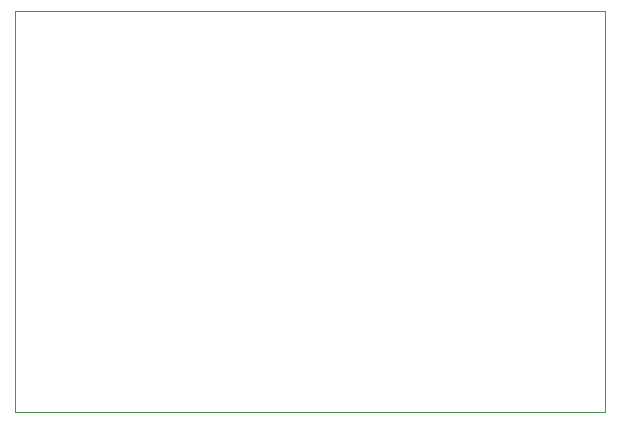
<source format=gbr>
G04 #@! TF.GenerationSoftware,KiCad,Pcbnew,(5.1.9-0-10_14)*
G04 #@! TF.CreationDate,2021-09-10T21:54:05+01:00*
G04 #@! TF.ProjectId,esp12f-si7021-v1.3,65737031-3266-42d7-9369-373032312d76,rev?*
G04 #@! TF.SameCoordinates,Original*
G04 #@! TF.FileFunction,Profile,NP*
%FSLAX46Y46*%
G04 Gerber Fmt 4.6, Leading zero omitted, Abs format (unit mm)*
G04 Created by KiCad (PCBNEW (5.1.9-0-10_14)) date 2021-09-10 21:54:05*
%MOMM*%
%LPD*%
G01*
G04 APERTURE LIST*
G04 #@! TA.AperFunction,Profile*
%ADD10C,0.100000*%
G04 #@! TD*
G04 APERTURE END LIST*
D10*
X13589000Y-13716000D02*
X63500000Y-13716000D01*
X63500000Y-13716000D02*
X63500000Y-47716000D01*
X13589000Y-47716000D02*
X63500000Y-47716000D01*
X13589000Y-13716000D02*
X13589000Y-47716000D01*
M02*

</source>
